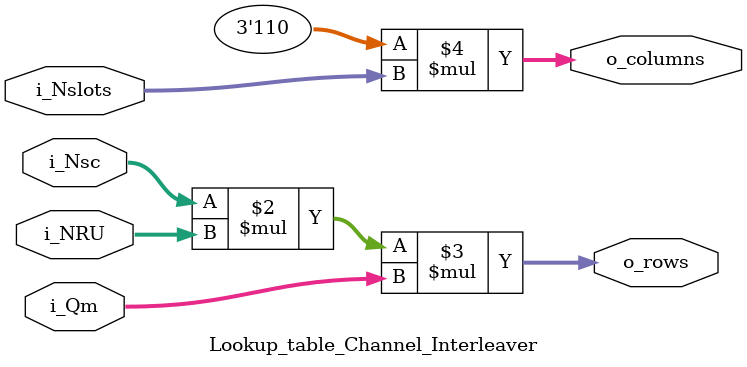
<source format=sv>
module Lookup_table_Channel_Interleaver #(
  parameter  int   Nsc_max = 4,                  // Maximum Nsc value
  parameter  int  NRU_max = 4,                  // Maximum NRU value
  parameter  int  Qm_max = 4,                   // Maximum Qm value
  parameter  int   Nslots_max = 4,               // Maximum Nslots value
  parameter int Rows_max = 9,                 // Maximum number of rows
  parameter int Columns_max = 6               // Maximum number of columns
) (
  input logic		[Nsc_max-1:0] i_Nsc,              // Number of serving cells
  input logic 		[NRU_max-1:0] i_NRU,              // Number of resource units
  input logic 		[Qm_max-1:0]  i_Qm,                // Modulation order
  input logic 		[Nslots_max-1:0] i_Nslots,        // Number of slots
  output logic 	[Rows_max-1:0] o_rows,            // Lookup table output
  output logic 	[Columns_max-1:0] o_columns  
);



always_comb begin
o_rows=i_Nsc *i_NRU *i_Qm;
o_columns=3'd6*i_Nslots;
end

endmodule

	 
	 
	 
</source>
